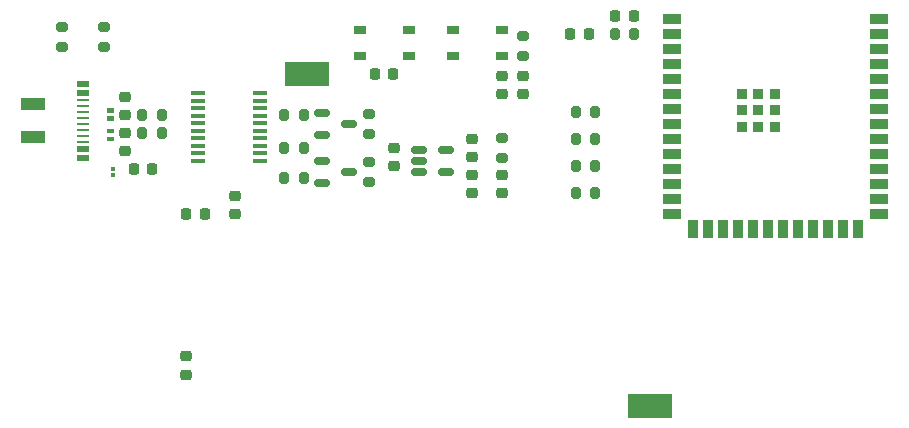
<source format=gbr>
%TF.GenerationSoftware,KiCad,Pcbnew,8.0.4*%
%TF.CreationDate,2024-10-27T11:38:08-06:00*%
%TF.ProjectId,SnakeTank,536e616b-6554-4616-9e6b-2e6b69636164,rev?*%
%TF.SameCoordinates,Original*%
%TF.FileFunction,Paste,Top*%
%TF.FilePolarity,Positive*%
%FSLAX46Y46*%
G04 Gerber Fmt 4.6, Leading zero omitted, Abs format (unit mm)*
G04 Created by KiCad (PCBNEW 8.0.4) date 2024-10-27 11:38:08*
%MOMM*%
%LPD*%
G01*
G04 APERTURE LIST*
G04 Aperture macros list*
%AMRoundRect*
0 Rectangle with rounded corners*
0 $1 Rounding radius*
0 $2 $3 $4 $5 $6 $7 $8 $9 X,Y pos of 4 corners*
0 Add a 4 corners polygon primitive as box body*
4,1,4,$2,$3,$4,$5,$6,$7,$8,$9,$2,$3,0*
0 Add four circle primitives for the rounded corners*
1,1,$1+$1,$2,$3*
1,1,$1+$1,$4,$5*
1,1,$1+$1,$6,$7*
1,1,$1+$1,$8,$9*
0 Add four rect primitives between the rounded corners*
20,1,$1+$1,$2,$3,$4,$5,0*
20,1,$1+$1,$4,$5,$6,$7,0*
20,1,$1+$1,$6,$7,$8,$9,0*
20,1,$1+$1,$8,$9,$2,$3,0*%
G04 Aperture macros list end*
%ADD10C,0.010000*%
%ADD11R,0.900000X0.900000*%
%ADD12R,1.500000X0.900000*%
%ADD13R,0.900000X1.500000*%
%ADD14R,3.800000X2.000000*%
%ADD15RoundRect,0.200000X-0.275000X0.200000X-0.275000X-0.200000X0.275000X-0.200000X0.275000X0.200000X0*%
%ADD16RoundRect,0.200000X-0.200000X-0.275000X0.200000X-0.275000X0.200000X0.275000X-0.200000X0.275000X0*%
%ADD17RoundRect,0.225000X0.225000X0.250000X-0.225000X0.250000X-0.225000X-0.250000X0.225000X-0.250000X0*%
%ADD18RoundRect,0.225000X-0.225000X-0.250000X0.225000X-0.250000X0.225000X0.250000X-0.225000X0.250000X0*%
%ADD19R,1.050000X0.650000*%
%ADD20RoundRect,0.218750X0.256250X-0.218750X0.256250X0.218750X-0.256250X0.218750X-0.256250X-0.218750X0*%
%ADD21RoundRect,0.225000X0.250000X-0.225000X0.250000X0.225000X-0.250000X0.225000X-0.250000X-0.225000X0*%
%ADD22RoundRect,0.225000X-0.250000X0.225000X-0.250000X-0.225000X0.250000X-0.225000X0.250000X0.225000X0*%
%ADD23R,1.200000X0.400000*%
%ADD24RoundRect,0.200000X0.275000X-0.200000X0.275000X0.200000X-0.275000X0.200000X-0.275000X-0.200000X0*%
%ADD25RoundRect,0.200000X0.200000X0.275000X-0.200000X0.275000X-0.200000X-0.275000X0.200000X-0.275000X0*%
%ADD26RoundRect,0.150000X-0.512500X-0.150000X0.512500X-0.150000X0.512500X0.150000X-0.512500X0.150000X0*%
%ADD27R,0.400000X0.380000*%
%ADD28R,2.000000X1.000000*%
%ADD29R,1.000000X0.520000*%
%ADD30R,1.000000X0.270000*%
G04 APERTURE END LIST*
D10*
%TO.C,D2*%
X27765000Y-34930000D02*
X27767000Y-34930000D01*
X27770000Y-34931000D01*
X27772000Y-34931000D01*
X27775000Y-34932000D01*
X27777000Y-34933000D01*
X27780000Y-34934000D01*
X27782000Y-34936000D01*
X27784000Y-34937000D01*
X27786000Y-34939000D01*
X27788000Y-34940000D01*
X27790000Y-34942000D01*
X27792000Y-34944000D01*
X27794000Y-34946000D01*
X27796000Y-34948000D01*
X27797000Y-34950000D01*
X27799000Y-34952000D01*
X27800000Y-34954000D01*
X27802000Y-34956000D01*
X27803000Y-34959000D01*
X27804000Y-34961000D01*
X27805000Y-34964000D01*
X27805000Y-34966000D01*
X27806000Y-34969000D01*
X27806000Y-34971000D01*
X27807000Y-34974000D01*
X27807000Y-34976000D01*
X27807000Y-34979000D01*
X27807000Y-35179000D01*
X27807000Y-35182000D01*
X27807000Y-35184000D01*
X27806000Y-35187000D01*
X27806000Y-35189000D01*
X27805000Y-35192000D01*
X27805000Y-35194000D01*
X27804000Y-35197000D01*
X27803000Y-35199000D01*
X27802000Y-35202000D01*
X27800000Y-35204000D01*
X27799000Y-35206000D01*
X27797000Y-35208000D01*
X27796000Y-35210000D01*
X27794000Y-35212000D01*
X27792000Y-35214000D01*
X27790000Y-35216000D01*
X27788000Y-35218000D01*
X27786000Y-35219000D01*
X27784000Y-35221000D01*
X27782000Y-35222000D01*
X27780000Y-35224000D01*
X27777000Y-35225000D01*
X27775000Y-35226000D01*
X27772000Y-35227000D01*
X27770000Y-35227000D01*
X27767000Y-35228000D01*
X27765000Y-35228000D01*
X27762000Y-35229000D01*
X27760000Y-35229000D01*
X27757000Y-35229000D01*
X27357000Y-35229000D01*
X27354000Y-35229000D01*
X27352000Y-35229000D01*
X27349000Y-35228000D01*
X27347000Y-35228000D01*
X27344000Y-35227000D01*
X27342000Y-35227000D01*
X27339000Y-35226000D01*
X27337000Y-35225000D01*
X27334000Y-35224000D01*
X27332000Y-35222000D01*
X27330000Y-35221000D01*
X27328000Y-35219000D01*
X27326000Y-35218000D01*
X27324000Y-35216000D01*
X27322000Y-35214000D01*
X27320000Y-35212000D01*
X27318000Y-35210000D01*
X27317000Y-35208000D01*
X27315000Y-35206000D01*
X27314000Y-35204000D01*
X27312000Y-35202000D01*
X27311000Y-35199000D01*
X27310000Y-35197000D01*
X27309000Y-35194000D01*
X27309000Y-35192000D01*
X27308000Y-35189000D01*
X27308000Y-35187000D01*
X27307000Y-35184000D01*
X27307000Y-35182000D01*
X27307000Y-35179000D01*
X27307000Y-34979000D01*
X27307000Y-34976000D01*
X27307000Y-34974000D01*
X27308000Y-34971000D01*
X27308000Y-34969000D01*
X27309000Y-34966000D01*
X27309000Y-34964000D01*
X27310000Y-34961000D01*
X27311000Y-34959000D01*
X27312000Y-34956000D01*
X27314000Y-34954000D01*
X27315000Y-34952000D01*
X27317000Y-34950000D01*
X27318000Y-34948000D01*
X27320000Y-34946000D01*
X27322000Y-34944000D01*
X27324000Y-34942000D01*
X27326000Y-34940000D01*
X27328000Y-34939000D01*
X27330000Y-34937000D01*
X27332000Y-34936000D01*
X27334000Y-34934000D01*
X27337000Y-34933000D01*
X27339000Y-34932000D01*
X27342000Y-34931000D01*
X27344000Y-34931000D01*
X27347000Y-34930000D01*
X27349000Y-34930000D01*
X27352000Y-34929000D01*
X27354000Y-34929000D01*
X27357000Y-34929000D01*
X27757000Y-34929000D01*
X27760000Y-34929000D01*
X27762000Y-34929000D01*
X27765000Y-34930000D01*
G36*
X27765000Y-34930000D02*
G01*
X27767000Y-34930000D01*
X27770000Y-34931000D01*
X27772000Y-34931000D01*
X27775000Y-34932000D01*
X27777000Y-34933000D01*
X27780000Y-34934000D01*
X27782000Y-34936000D01*
X27784000Y-34937000D01*
X27786000Y-34939000D01*
X27788000Y-34940000D01*
X27790000Y-34942000D01*
X27792000Y-34944000D01*
X27794000Y-34946000D01*
X27796000Y-34948000D01*
X27797000Y-34950000D01*
X27799000Y-34952000D01*
X27800000Y-34954000D01*
X27802000Y-34956000D01*
X27803000Y-34959000D01*
X27804000Y-34961000D01*
X27805000Y-34964000D01*
X27805000Y-34966000D01*
X27806000Y-34969000D01*
X27806000Y-34971000D01*
X27807000Y-34974000D01*
X27807000Y-34976000D01*
X27807000Y-34979000D01*
X27807000Y-35179000D01*
X27807000Y-35182000D01*
X27807000Y-35184000D01*
X27806000Y-35187000D01*
X27806000Y-35189000D01*
X27805000Y-35192000D01*
X27805000Y-35194000D01*
X27804000Y-35197000D01*
X27803000Y-35199000D01*
X27802000Y-35202000D01*
X27800000Y-35204000D01*
X27799000Y-35206000D01*
X27797000Y-35208000D01*
X27796000Y-35210000D01*
X27794000Y-35212000D01*
X27792000Y-35214000D01*
X27790000Y-35216000D01*
X27788000Y-35218000D01*
X27786000Y-35219000D01*
X27784000Y-35221000D01*
X27782000Y-35222000D01*
X27780000Y-35224000D01*
X27777000Y-35225000D01*
X27775000Y-35226000D01*
X27772000Y-35227000D01*
X27770000Y-35227000D01*
X27767000Y-35228000D01*
X27765000Y-35228000D01*
X27762000Y-35229000D01*
X27760000Y-35229000D01*
X27757000Y-35229000D01*
X27357000Y-35229000D01*
X27354000Y-35229000D01*
X27352000Y-35229000D01*
X27349000Y-35228000D01*
X27347000Y-35228000D01*
X27344000Y-35227000D01*
X27342000Y-35227000D01*
X27339000Y-35226000D01*
X27337000Y-35225000D01*
X27334000Y-35224000D01*
X27332000Y-35222000D01*
X27330000Y-35221000D01*
X27328000Y-35219000D01*
X27326000Y-35218000D01*
X27324000Y-35216000D01*
X27322000Y-35214000D01*
X27320000Y-35212000D01*
X27318000Y-35210000D01*
X27317000Y-35208000D01*
X27315000Y-35206000D01*
X27314000Y-35204000D01*
X27312000Y-35202000D01*
X27311000Y-35199000D01*
X27310000Y-35197000D01*
X27309000Y-35194000D01*
X27309000Y-35192000D01*
X27308000Y-35189000D01*
X27308000Y-35187000D01*
X27307000Y-35184000D01*
X27307000Y-35182000D01*
X27307000Y-35179000D01*
X27307000Y-34979000D01*
X27307000Y-34976000D01*
X27307000Y-34974000D01*
X27308000Y-34971000D01*
X27308000Y-34969000D01*
X27309000Y-34966000D01*
X27309000Y-34964000D01*
X27310000Y-34961000D01*
X27311000Y-34959000D01*
X27312000Y-34956000D01*
X27314000Y-34954000D01*
X27315000Y-34952000D01*
X27317000Y-34950000D01*
X27318000Y-34948000D01*
X27320000Y-34946000D01*
X27322000Y-34944000D01*
X27324000Y-34942000D01*
X27326000Y-34940000D01*
X27328000Y-34939000D01*
X27330000Y-34937000D01*
X27332000Y-34936000D01*
X27334000Y-34934000D01*
X27337000Y-34933000D01*
X27339000Y-34932000D01*
X27342000Y-34931000D01*
X27344000Y-34931000D01*
X27347000Y-34930000D01*
X27349000Y-34930000D01*
X27352000Y-34929000D01*
X27354000Y-34929000D01*
X27357000Y-34929000D01*
X27757000Y-34929000D01*
X27760000Y-34929000D01*
X27762000Y-34929000D01*
X27765000Y-34930000D01*
G37*
X27765000Y-35630000D02*
X27767000Y-35630000D01*
X27770000Y-35631000D01*
X27772000Y-35631000D01*
X27775000Y-35632000D01*
X27777000Y-35633000D01*
X27780000Y-35634000D01*
X27782000Y-35636000D01*
X27784000Y-35637000D01*
X27786000Y-35639000D01*
X27788000Y-35640000D01*
X27790000Y-35642000D01*
X27792000Y-35644000D01*
X27794000Y-35646000D01*
X27796000Y-35648000D01*
X27797000Y-35650000D01*
X27799000Y-35652000D01*
X27800000Y-35654000D01*
X27802000Y-35656000D01*
X27803000Y-35659000D01*
X27804000Y-35661000D01*
X27805000Y-35664000D01*
X27805000Y-35666000D01*
X27806000Y-35669000D01*
X27806000Y-35671000D01*
X27807000Y-35674000D01*
X27807000Y-35676000D01*
X27807000Y-35679000D01*
X27807000Y-35879000D01*
X27807000Y-35882000D01*
X27807000Y-35884000D01*
X27806000Y-35887000D01*
X27806000Y-35889000D01*
X27805000Y-35892000D01*
X27805000Y-35894000D01*
X27804000Y-35897000D01*
X27803000Y-35899000D01*
X27802000Y-35902000D01*
X27800000Y-35904000D01*
X27799000Y-35906000D01*
X27797000Y-35908000D01*
X27796000Y-35910000D01*
X27794000Y-35912000D01*
X27792000Y-35914000D01*
X27790000Y-35916000D01*
X27788000Y-35918000D01*
X27786000Y-35919000D01*
X27784000Y-35921000D01*
X27782000Y-35922000D01*
X27780000Y-35924000D01*
X27777000Y-35925000D01*
X27775000Y-35926000D01*
X27772000Y-35927000D01*
X27770000Y-35927000D01*
X27767000Y-35928000D01*
X27765000Y-35928000D01*
X27762000Y-35929000D01*
X27760000Y-35929000D01*
X27757000Y-35929000D01*
X27357000Y-35929000D01*
X27354000Y-35929000D01*
X27352000Y-35929000D01*
X27349000Y-35928000D01*
X27347000Y-35928000D01*
X27344000Y-35927000D01*
X27342000Y-35927000D01*
X27339000Y-35926000D01*
X27337000Y-35925000D01*
X27334000Y-35924000D01*
X27332000Y-35922000D01*
X27330000Y-35921000D01*
X27328000Y-35919000D01*
X27326000Y-35918000D01*
X27324000Y-35916000D01*
X27322000Y-35914000D01*
X27320000Y-35912000D01*
X27318000Y-35910000D01*
X27317000Y-35908000D01*
X27315000Y-35906000D01*
X27314000Y-35904000D01*
X27312000Y-35902000D01*
X27311000Y-35899000D01*
X27310000Y-35897000D01*
X27309000Y-35894000D01*
X27309000Y-35892000D01*
X27308000Y-35889000D01*
X27308000Y-35887000D01*
X27307000Y-35884000D01*
X27307000Y-35882000D01*
X27307000Y-35879000D01*
X27307000Y-35679000D01*
X27307000Y-35676000D01*
X27307000Y-35674000D01*
X27308000Y-35671000D01*
X27308000Y-35669000D01*
X27309000Y-35666000D01*
X27309000Y-35664000D01*
X27310000Y-35661000D01*
X27311000Y-35659000D01*
X27312000Y-35656000D01*
X27314000Y-35654000D01*
X27315000Y-35652000D01*
X27317000Y-35650000D01*
X27318000Y-35648000D01*
X27320000Y-35646000D01*
X27322000Y-35644000D01*
X27324000Y-35642000D01*
X27326000Y-35640000D01*
X27328000Y-35639000D01*
X27330000Y-35637000D01*
X27332000Y-35636000D01*
X27334000Y-35634000D01*
X27337000Y-35633000D01*
X27339000Y-35632000D01*
X27342000Y-35631000D01*
X27344000Y-35631000D01*
X27347000Y-35630000D01*
X27349000Y-35630000D01*
X27352000Y-35629000D01*
X27354000Y-35629000D01*
X27357000Y-35629000D01*
X27757000Y-35629000D01*
X27760000Y-35629000D01*
X27762000Y-35629000D01*
X27765000Y-35630000D01*
G36*
X27765000Y-35630000D02*
G01*
X27767000Y-35630000D01*
X27770000Y-35631000D01*
X27772000Y-35631000D01*
X27775000Y-35632000D01*
X27777000Y-35633000D01*
X27780000Y-35634000D01*
X27782000Y-35636000D01*
X27784000Y-35637000D01*
X27786000Y-35639000D01*
X27788000Y-35640000D01*
X27790000Y-35642000D01*
X27792000Y-35644000D01*
X27794000Y-35646000D01*
X27796000Y-35648000D01*
X27797000Y-35650000D01*
X27799000Y-35652000D01*
X27800000Y-35654000D01*
X27802000Y-35656000D01*
X27803000Y-35659000D01*
X27804000Y-35661000D01*
X27805000Y-35664000D01*
X27805000Y-35666000D01*
X27806000Y-35669000D01*
X27806000Y-35671000D01*
X27807000Y-35674000D01*
X27807000Y-35676000D01*
X27807000Y-35679000D01*
X27807000Y-35879000D01*
X27807000Y-35882000D01*
X27807000Y-35884000D01*
X27806000Y-35887000D01*
X27806000Y-35889000D01*
X27805000Y-35892000D01*
X27805000Y-35894000D01*
X27804000Y-35897000D01*
X27803000Y-35899000D01*
X27802000Y-35902000D01*
X27800000Y-35904000D01*
X27799000Y-35906000D01*
X27797000Y-35908000D01*
X27796000Y-35910000D01*
X27794000Y-35912000D01*
X27792000Y-35914000D01*
X27790000Y-35916000D01*
X27788000Y-35918000D01*
X27786000Y-35919000D01*
X27784000Y-35921000D01*
X27782000Y-35922000D01*
X27780000Y-35924000D01*
X27777000Y-35925000D01*
X27775000Y-35926000D01*
X27772000Y-35927000D01*
X27770000Y-35927000D01*
X27767000Y-35928000D01*
X27765000Y-35928000D01*
X27762000Y-35929000D01*
X27760000Y-35929000D01*
X27757000Y-35929000D01*
X27357000Y-35929000D01*
X27354000Y-35929000D01*
X27352000Y-35929000D01*
X27349000Y-35928000D01*
X27347000Y-35928000D01*
X27344000Y-35927000D01*
X27342000Y-35927000D01*
X27339000Y-35926000D01*
X27337000Y-35925000D01*
X27334000Y-35924000D01*
X27332000Y-35922000D01*
X27330000Y-35921000D01*
X27328000Y-35919000D01*
X27326000Y-35918000D01*
X27324000Y-35916000D01*
X27322000Y-35914000D01*
X27320000Y-35912000D01*
X27318000Y-35910000D01*
X27317000Y-35908000D01*
X27315000Y-35906000D01*
X27314000Y-35904000D01*
X27312000Y-35902000D01*
X27311000Y-35899000D01*
X27310000Y-35897000D01*
X27309000Y-35894000D01*
X27309000Y-35892000D01*
X27308000Y-35889000D01*
X27308000Y-35887000D01*
X27307000Y-35884000D01*
X27307000Y-35882000D01*
X27307000Y-35879000D01*
X27307000Y-35679000D01*
X27307000Y-35676000D01*
X27307000Y-35674000D01*
X27308000Y-35671000D01*
X27308000Y-35669000D01*
X27309000Y-35666000D01*
X27309000Y-35664000D01*
X27310000Y-35661000D01*
X27311000Y-35659000D01*
X27312000Y-35656000D01*
X27314000Y-35654000D01*
X27315000Y-35652000D01*
X27317000Y-35650000D01*
X27318000Y-35648000D01*
X27320000Y-35646000D01*
X27322000Y-35644000D01*
X27324000Y-35642000D01*
X27326000Y-35640000D01*
X27328000Y-35639000D01*
X27330000Y-35637000D01*
X27332000Y-35636000D01*
X27334000Y-35634000D01*
X27337000Y-35633000D01*
X27339000Y-35632000D01*
X27342000Y-35631000D01*
X27344000Y-35631000D01*
X27347000Y-35630000D01*
X27349000Y-35630000D01*
X27352000Y-35629000D01*
X27354000Y-35629000D01*
X27357000Y-35629000D01*
X27757000Y-35629000D01*
X27760000Y-35629000D01*
X27762000Y-35629000D01*
X27765000Y-35630000D01*
G37*
%TO.C,D1*%
X27765000Y-33202800D02*
X27767000Y-33202800D01*
X27770000Y-33203800D01*
X27772000Y-33203800D01*
X27775000Y-33204800D01*
X27777000Y-33205800D01*
X27780000Y-33206800D01*
X27782000Y-33208800D01*
X27784000Y-33209800D01*
X27786000Y-33211800D01*
X27788000Y-33212800D01*
X27790000Y-33214800D01*
X27792000Y-33216800D01*
X27794000Y-33218800D01*
X27796000Y-33220800D01*
X27797000Y-33222800D01*
X27799000Y-33224800D01*
X27800000Y-33226800D01*
X27802000Y-33228800D01*
X27803000Y-33231800D01*
X27804000Y-33233800D01*
X27805000Y-33236800D01*
X27805000Y-33238800D01*
X27806000Y-33241800D01*
X27806000Y-33243800D01*
X27807000Y-33246800D01*
X27807000Y-33248800D01*
X27807000Y-33251800D01*
X27807000Y-33451800D01*
X27807000Y-33454800D01*
X27807000Y-33456800D01*
X27806000Y-33459800D01*
X27806000Y-33461800D01*
X27805000Y-33464800D01*
X27805000Y-33466800D01*
X27804000Y-33469800D01*
X27803000Y-33471800D01*
X27802000Y-33474800D01*
X27800000Y-33476800D01*
X27799000Y-33478800D01*
X27797000Y-33480800D01*
X27796000Y-33482800D01*
X27794000Y-33484800D01*
X27792000Y-33486800D01*
X27790000Y-33488800D01*
X27788000Y-33490800D01*
X27786000Y-33491800D01*
X27784000Y-33493800D01*
X27782000Y-33494800D01*
X27780000Y-33496800D01*
X27777000Y-33497800D01*
X27775000Y-33498800D01*
X27772000Y-33499800D01*
X27770000Y-33499800D01*
X27767000Y-33500800D01*
X27765000Y-33500800D01*
X27762000Y-33501800D01*
X27760000Y-33501800D01*
X27757000Y-33501800D01*
X27357000Y-33501800D01*
X27354000Y-33501800D01*
X27352000Y-33501800D01*
X27349000Y-33500800D01*
X27347000Y-33500800D01*
X27344000Y-33499800D01*
X27342000Y-33499800D01*
X27339000Y-33498800D01*
X27337000Y-33497800D01*
X27334000Y-33496800D01*
X27332000Y-33494800D01*
X27330000Y-33493800D01*
X27328000Y-33491800D01*
X27326000Y-33490800D01*
X27324000Y-33488800D01*
X27322000Y-33486800D01*
X27320000Y-33484800D01*
X27318000Y-33482800D01*
X27317000Y-33480800D01*
X27315000Y-33478800D01*
X27314000Y-33476800D01*
X27312000Y-33474800D01*
X27311000Y-33471800D01*
X27310000Y-33469800D01*
X27309000Y-33466800D01*
X27309000Y-33464800D01*
X27308000Y-33461800D01*
X27308000Y-33459800D01*
X27307000Y-33456800D01*
X27307000Y-33454800D01*
X27307000Y-33451800D01*
X27307000Y-33251800D01*
X27307000Y-33248800D01*
X27307000Y-33246800D01*
X27308000Y-33243800D01*
X27308000Y-33241800D01*
X27309000Y-33238800D01*
X27309000Y-33236800D01*
X27310000Y-33233800D01*
X27311000Y-33231800D01*
X27312000Y-33228800D01*
X27314000Y-33226800D01*
X27315000Y-33224800D01*
X27317000Y-33222800D01*
X27318000Y-33220800D01*
X27320000Y-33218800D01*
X27322000Y-33216800D01*
X27324000Y-33214800D01*
X27326000Y-33212800D01*
X27328000Y-33211800D01*
X27330000Y-33209800D01*
X27332000Y-33208800D01*
X27334000Y-33206800D01*
X27337000Y-33205800D01*
X27339000Y-33204800D01*
X27342000Y-33203800D01*
X27344000Y-33203800D01*
X27347000Y-33202800D01*
X27349000Y-33202800D01*
X27352000Y-33201800D01*
X27354000Y-33201800D01*
X27357000Y-33201800D01*
X27757000Y-33201800D01*
X27760000Y-33201800D01*
X27762000Y-33201800D01*
X27765000Y-33202800D01*
G36*
X27765000Y-33202800D02*
G01*
X27767000Y-33202800D01*
X27770000Y-33203800D01*
X27772000Y-33203800D01*
X27775000Y-33204800D01*
X27777000Y-33205800D01*
X27780000Y-33206800D01*
X27782000Y-33208800D01*
X27784000Y-33209800D01*
X27786000Y-33211800D01*
X27788000Y-33212800D01*
X27790000Y-33214800D01*
X27792000Y-33216800D01*
X27794000Y-33218800D01*
X27796000Y-33220800D01*
X27797000Y-33222800D01*
X27799000Y-33224800D01*
X27800000Y-33226800D01*
X27802000Y-33228800D01*
X27803000Y-33231800D01*
X27804000Y-33233800D01*
X27805000Y-33236800D01*
X27805000Y-33238800D01*
X27806000Y-33241800D01*
X27806000Y-33243800D01*
X27807000Y-33246800D01*
X27807000Y-33248800D01*
X27807000Y-33251800D01*
X27807000Y-33451800D01*
X27807000Y-33454800D01*
X27807000Y-33456800D01*
X27806000Y-33459800D01*
X27806000Y-33461800D01*
X27805000Y-33464800D01*
X27805000Y-33466800D01*
X27804000Y-33469800D01*
X27803000Y-33471800D01*
X27802000Y-33474800D01*
X27800000Y-33476800D01*
X27799000Y-33478800D01*
X27797000Y-33480800D01*
X27796000Y-33482800D01*
X27794000Y-33484800D01*
X27792000Y-33486800D01*
X27790000Y-33488800D01*
X27788000Y-33490800D01*
X27786000Y-33491800D01*
X27784000Y-33493800D01*
X27782000Y-33494800D01*
X27780000Y-33496800D01*
X27777000Y-33497800D01*
X27775000Y-33498800D01*
X27772000Y-33499800D01*
X27770000Y-33499800D01*
X27767000Y-33500800D01*
X27765000Y-33500800D01*
X27762000Y-33501800D01*
X27760000Y-33501800D01*
X27757000Y-33501800D01*
X27357000Y-33501800D01*
X27354000Y-33501800D01*
X27352000Y-33501800D01*
X27349000Y-33500800D01*
X27347000Y-33500800D01*
X27344000Y-33499800D01*
X27342000Y-33499800D01*
X27339000Y-33498800D01*
X27337000Y-33497800D01*
X27334000Y-33496800D01*
X27332000Y-33494800D01*
X27330000Y-33493800D01*
X27328000Y-33491800D01*
X27326000Y-33490800D01*
X27324000Y-33488800D01*
X27322000Y-33486800D01*
X27320000Y-33484800D01*
X27318000Y-33482800D01*
X27317000Y-33480800D01*
X27315000Y-33478800D01*
X27314000Y-33476800D01*
X27312000Y-33474800D01*
X27311000Y-33471800D01*
X27310000Y-33469800D01*
X27309000Y-33466800D01*
X27309000Y-33464800D01*
X27308000Y-33461800D01*
X27308000Y-33459800D01*
X27307000Y-33456800D01*
X27307000Y-33454800D01*
X27307000Y-33451800D01*
X27307000Y-33251800D01*
X27307000Y-33248800D01*
X27307000Y-33246800D01*
X27308000Y-33243800D01*
X27308000Y-33241800D01*
X27309000Y-33238800D01*
X27309000Y-33236800D01*
X27310000Y-33233800D01*
X27311000Y-33231800D01*
X27312000Y-33228800D01*
X27314000Y-33226800D01*
X27315000Y-33224800D01*
X27317000Y-33222800D01*
X27318000Y-33220800D01*
X27320000Y-33218800D01*
X27322000Y-33216800D01*
X27324000Y-33214800D01*
X27326000Y-33212800D01*
X27328000Y-33211800D01*
X27330000Y-33209800D01*
X27332000Y-33208800D01*
X27334000Y-33206800D01*
X27337000Y-33205800D01*
X27339000Y-33204800D01*
X27342000Y-33203800D01*
X27344000Y-33203800D01*
X27347000Y-33202800D01*
X27349000Y-33202800D01*
X27352000Y-33201800D01*
X27354000Y-33201800D01*
X27357000Y-33201800D01*
X27757000Y-33201800D01*
X27760000Y-33201800D01*
X27762000Y-33201800D01*
X27765000Y-33202800D01*
G37*
X27765000Y-33902800D02*
X27767000Y-33902800D01*
X27770000Y-33903800D01*
X27772000Y-33903800D01*
X27775000Y-33904800D01*
X27777000Y-33905800D01*
X27780000Y-33906800D01*
X27782000Y-33908800D01*
X27784000Y-33909800D01*
X27786000Y-33911800D01*
X27788000Y-33912800D01*
X27790000Y-33914800D01*
X27792000Y-33916800D01*
X27794000Y-33918800D01*
X27796000Y-33920800D01*
X27797000Y-33922800D01*
X27799000Y-33924800D01*
X27800000Y-33926800D01*
X27802000Y-33928800D01*
X27803000Y-33931800D01*
X27804000Y-33933800D01*
X27805000Y-33936800D01*
X27805000Y-33938800D01*
X27806000Y-33941800D01*
X27806000Y-33943800D01*
X27807000Y-33946800D01*
X27807000Y-33948800D01*
X27807000Y-33951800D01*
X27807000Y-34151800D01*
X27807000Y-34154800D01*
X27807000Y-34156800D01*
X27806000Y-34159800D01*
X27806000Y-34161800D01*
X27805000Y-34164800D01*
X27805000Y-34166800D01*
X27804000Y-34169800D01*
X27803000Y-34171800D01*
X27802000Y-34174800D01*
X27800000Y-34176800D01*
X27799000Y-34178800D01*
X27797000Y-34180800D01*
X27796000Y-34182800D01*
X27794000Y-34184800D01*
X27792000Y-34186800D01*
X27790000Y-34188800D01*
X27788000Y-34190800D01*
X27786000Y-34191800D01*
X27784000Y-34193800D01*
X27782000Y-34194800D01*
X27780000Y-34196800D01*
X27777000Y-34197800D01*
X27775000Y-34198800D01*
X27772000Y-34199800D01*
X27770000Y-34199800D01*
X27767000Y-34200800D01*
X27765000Y-34200800D01*
X27762000Y-34201800D01*
X27760000Y-34201800D01*
X27757000Y-34201800D01*
X27357000Y-34201800D01*
X27354000Y-34201800D01*
X27352000Y-34201800D01*
X27349000Y-34200800D01*
X27347000Y-34200800D01*
X27344000Y-34199800D01*
X27342000Y-34199800D01*
X27339000Y-34198800D01*
X27337000Y-34197800D01*
X27334000Y-34196800D01*
X27332000Y-34194800D01*
X27330000Y-34193800D01*
X27328000Y-34191800D01*
X27326000Y-34190800D01*
X27324000Y-34188800D01*
X27322000Y-34186800D01*
X27320000Y-34184800D01*
X27318000Y-34182800D01*
X27317000Y-34180800D01*
X27315000Y-34178800D01*
X27314000Y-34176800D01*
X27312000Y-34174800D01*
X27311000Y-34171800D01*
X27310000Y-34169800D01*
X27309000Y-34166800D01*
X27309000Y-34164800D01*
X27308000Y-34161800D01*
X27308000Y-34159800D01*
X27307000Y-34156800D01*
X27307000Y-34154800D01*
X27307000Y-34151800D01*
X27307000Y-33951800D01*
X27307000Y-33948800D01*
X27307000Y-33946800D01*
X27308000Y-33943800D01*
X27308000Y-33941800D01*
X27309000Y-33938800D01*
X27309000Y-33936800D01*
X27310000Y-33933800D01*
X27311000Y-33931800D01*
X27312000Y-33928800D01*
X27314000Y-33926800D01*
X27315000Y-33924800D01*
X27317000Y-33922800D01*
X27318000Y-33920800D01*
X27320000Y-33918800D01*
X27322000Y-33916800D01*
X27324000Y-33914800D01*
X27326000Y-33912800D01*
X27328000Y-33911800D01*
X27330000Y-33909800D01*
X27332000Y-33908800D01*
X27334000Y-33906800D01*
X27337000Y-33905800D01*
X27339000Y-33904800D01*
X27342000Y-33903800D01*
X27344000Y-33903800D01*
X27347000Y-33902800D01*
X27349000Y-33902800D01*
X27352000Y-33901800D01*
X27354000Y-33901800D01*
X27357000Y-33901800D01*
X27757000Y-33901800D01*
X27760000Y-33901800D01*
X27762000Y-33901800D01*
X27765000Y-33902800D01*
G36*
X27765000Y-33902800D02*
G01*
X27767000Y-33902800D01*
X27770000Y-33903800D01*
X27772000Y-33903800D01*
X27775000Y-33904800D01*
X27777000Y-33905800D01*
X27780000Y-33906800D01*
X27782000Y-33908800D01*
X27784000Y-33909800D01*
X27786000Y-33911800D01*
X27788000Y-33912800D01*
X27790000Y-33914800D01*
X27792000Y-33916800D01*
X27794000Y-33918800D01*
X27796000Y-33920800D01*
X27797000Y-33922800D01*
X27799000Y-33924800D01*
X27800000Y-33926800D01*
X27802000Y-33928800D01*
X27803000Y-33931800D01*
X27804000Y-33933800D01*
X27805000Y-33936800D01*
X27805000Y-33938800D01*
X27806000Y-33941800D01*
X27806000Y-33943800D01*
X27807000Y-33946800D01*
X27807000Y-33948800D01*
X27807000Y-33951800D01*
X27807000Y-34151800D01*
X27807000Y-34154800D01*
X27807000Y-34156800D01*
X27806000Y-34159800D01*
X27806000Y-34161800D01*
X27805000Y-34164800D01*
X27805000Y-34166800D01*
X27804000Y-34169800D01*
X27803000Y-34171800D01*
X27802000Y-34174800D01*
X27800000Y-34176800D01*
X27799000Y-34178800D01*
X27797000Y-34180800D01*
X27796000Y-34182800D01*
X27794000Y-34184800D01*
X27792000Y-34186800D01*
X27790000Y-34188800D01*
X27788000Y-34190800D01*
X27786000Y-34191800D01*
X27784000Y-34193800D01*
X27782000Y-34194800D01*
X27780000Y-34196800D01*
X27777000Y-34197800D01*
X27775000Y-34198800D01*
X27772000Y-34199800D01*
X27770000Y-34199800D01*
X27767000Y-34200800D01*
X27765000Y-34200800D01*
X27762000Y-34201800D01*
X27760000Y-34201800D01*
X27757000Y-34201800D01*
X27357000Y-34201800D01*
X27354000Y-34201800D01*
X27352000Y-34201800D01*
X27349000Y-34200800D01*
X27347000Y-34200800D01*
X27344000Y-34199800D01*
X27342000Y-34199800D01*
X27339000Y-34198800D01*
X27337000Y-34197800D01*
X27334000Y-34196800D01*
X27332000Y-34194800D01*
X27330000Y-34193800D01*
X27328000Y-34191800D01*
X27326000Y-34190800D01*
X27324000Y-34188800D01*
X27322000Y-34186800D01*
X27320000Y-34184800D01*
X27318000Y-34182800D01*
X27317000Y-34180800D01*
X27315000Y-34178800D01*
X27314000Y-34176800D01*
X27312000Y-34174800D01*
X27311000Y-34171800D01*
X27310000Y-34169800D01*
X27309000Y-34166800D01*
X27309000Y-34164800D01*
X27308000Y-34161800D01*
X27308000Y-34159800D01*
X27307000Y-34156800D01*
X27307000Y-34154800D01*
X27307000Y-34151800D01*
X27307000Y-33951800D01*
X27307000Y-33948800D01*
X27307000Y-33946800D01*
X27308000Y-33943800D01*
X27308000Y-33941800D01*
X27309000Y-33938800D01*
X27309000Y-33936800D01*
X27310000Y-33933800D01*
X27311000Y-33931800D01*
X27312000Y-33928800D01*
X27314000Y-33926800D01*
X27315000Y-33924800D01*
X27317000Y-33922800D01*
X27318000Y-33920800D01*
X27320000Y-33918800D01*
X27322000Y-33916800D01*
X27324000Y-33914800D01*
X27326000Y-33912800D01*
X27328000Y-33911800D01*
X27330000Y-33909800D01*
X27332000Y-33908800D01*
X27334000Y-33906800D01*
X27337000Y-33905800D01*
X27339000Y-33904800D01*
X27342000Y-33903800D01*
X27344000Y-33903800D01*
X27347000Y-33902800D01*
X27349000Y-33902800D01*
X27352000Y-33901800D01*
X27354000Y-33901800D01*
X27357000Y-33901800D01*
X27757000Y-33901800D01*
X27760000Y-33901800D01*
X27762000Y-33901800D01*
X27765000Y-33902800D01*
G37*
%TD*%
D11*
%TO.C,U2*%
X83820000Y-31974000D03*
X82420000Y-31974000D03*
X81020000Y-31974000D03*
X83820000Y-34774000D03*
X82420000Y-34774000D03*
X81020000Y-34774000D03*
X83820000Y-33374000D03*
X81020000Y-33374000D03*
X82420000Y-33374000D03*
D12*
X92670000Y-25654000D03*
X92670000Y-26924000D03*
X92670000Y-28194000D03*
X92670000Y-29464000D03*
X92670000Y-30734000D03*
X92670000Y-32004000D03*
X92670000Y-33274000D03*
X92670000Y-34544000D03*
X92670000Y-35814000D03*
X92670000Y-37084000D03*
X92670000Y-38354000D03*
X92670000Y-39624000D03*
X92670000Y-40894000D03*
X92670000Y-42164000D03*
D13*
X90905000Y-43414000D03*
X89635000Y-43414000D03*
X88365000Y-43414000D03*
X87095000Y-43414000D03*
X85825000Y-43414000D03*
X84555000Y-43414000D03*
X83285000Y-43414000D03*
X82015000Y-43414000D03*
X80745000Y-43414000D03*
X79475000Y-43414000D03*
X78205000Y-43414000D03*
X76935000Y-43414000D03*
D12*
X75170000Y-42164000D03*
X75170000Y-40894000D03*
X75170000Y-39624000D03*
X75170000Y-38354000D03*
X75170000Y-37084000D03*
X75170000Y-35814000D03*
X75170000Y-34544000D03*
X75170000Y-33274000D03*
X75170000Y-32004000D03*
X75170000Y-30734000D03*
X75170000Y-29464000D03*
X75170000Y-28194000D03*
X75170000Y-26924000D03*
X75170000Y-25654000D03*
%TD*%
D14*
%TO.C,TP5*%
X73279000Y-58420000D03*
%TD*%
%TO.C,TP4*%
X44196000Y-30353000D03*
%TD*%
D15*
%TO.C,R5*%
X60706000Y-35751000D03*
X60706000Y-37401000D03*
%TD*%
D16*
%TO.C,R16*%
X42293700Y-36576000D03*
X43943700Y-36576000D03*
%TD*%
D17*
%TO.C,C5*%
X51497000Y-30304000D03*
X49947000Y-30304000D03*
%TD*%
D18*
%TO.C,C14*%
X34023000Y-42164000D03*
X35573000Y-42164000D03*
%TD*%
D19*
%TO.C,RESET1*%
X56599000Y-26611000D03*
X56599000Y-28761000D03*
X60749000Y-26611000D03*
X60749000Y-28761000D03*
%TD*%
D20*
%TO.C,D3*%
X60706000Y-40411500D03*
X60706000Y-38836500D03*
%TD*%
D21*
%TO.C,C8*%
X28827000Y-33822000D03*
X28827000Y-32272000D03*
%TD*%
D22*
%TO.C,C3*%
X58166000Y-38874500D03*
X58166000Y-40424500D03*
%TD*%
D16*
%TO.C,R13*%
X66993000Y-38100000D03*
X68643000Y-38100000D03*
%TD*%
D23*
%TO.C,U4*%
X40221700Y-37655500D03*
X40221700Y-37020500D03*
X40221700Y-36385500D03*
X40221700Y-35750500D03*
X40221700Y-35115500D03*
X40221700Y-34480500D03*
X40221700Y-33845500D03*
X40221700Y-33210500D03*
X40221700Y-32575500D03*
X40221700Y-31940500D03*
X35021700Y-31940500D03*
X35021700Y-32575500D03*
X35021700Y-33210500D03*
X35021700Y-33845500D03*
X35021700Y-34480500D03*
X35021700Y-35115500D03*
X35021700Y-35750500D03*
X35021700Y-36385500D03*
X35021700Y-37020500D03*
X35021700Y-37655500D03*
%TD*%
D24*
%TO.C,R1*%
X23493000Y-27999000D03*
X23493000Y-26349000D03*
%TD*%
D18*
%TO.C,C10*%
X70332000Y-25400000D03*
X71882000Y-25400000D03*
%TD*%
D22*
%TO.C,C12*%
X62484000Y-30467000D03*
X62484000Y-32017000D03*
%TD*%
D16*
%TO.C,R9*%
X43943700Y-39116000D03*
X42293700Y-39116000D03*
%TD*%
D25*
%TO.C,R7*%
X71932000Y-26924000D03*
X70282000Y-26924000D03*
%TD*%
D24*
%TO.C,R11*%
X49468700Y-39433000D03*
X49468700Y-37783000D03*
%TD*%
D26*
%TO.C,U1*%
X53726500Y-36733500D03*
X53726500Y-37683500D03*
X53726500Y-38633500D03*
X56001500Y-38633500D03*
X56001500Y-36733500D03*
%TD*%
D16*
%TO.C,R8*%
X42293700Y-33782000D03*
X43943700Y-33782000D03*
%TD*%
%TO.C,R15*%
X66993000Y-33528000D03*
X68643000Y-33528000D03*
%TD*%
D26*
%TO.C,Q2*%
X47812200Y-38608000D03*
X45537200Y-39558000D03*
X45537200Y-37658000D03*
%TD*%
D22*
%TO.C,C2*%
X58166000Y-35826500D03*
X58166000Y-37376500D03*
%TD*%
%TO.C,C4*%
X60706000Y-30467000D03*
X60706000Y-32017000D03*
%TD*%
D25*
%TO.C,R6*%
X31938000Y-33809000D03*
X30288000Y-33809000D03*
%TD*%
D22*
%TO.C,C1*%
X51562000Y-36563000D03*
X51562000Y-38113000D03*
%TD*%
D16*
%TO.C,R12*%
X66993000Y-40386000D03*
X68643000Y-40386000D03*
%TD*%
D17*
%TO.C,C11*%
X68085000Y-26924000D03*
X66535000Y-26924000D03*
%TD*%
D22*
%TO.C,C7*%
X38100000Y-40627000D03*
X38100000Y-42177000D03*
%TD*%
D21*
%TO.C,C13*%
X34004000Y-55766000D03*
X34004000Y-54216000D03*
%TD*%
D15*
%TO.C,R3*%
X62484000Y-27115000D03*
X62484000Y-28765000D03*
%TD*%
D27*
%TO.C,FB1*%
X27811000Y-38885000D03*
X27811000Y-38323000D03*
%TD*%
D16*
%TO.C,R4*%
X30288000Y-35333000D03*
X31938000Y-35333000D03*
%TD*%
D19*
%TO.C,BOOT1*%
X48725000Y-26611000D03*
X48725000Y-28761000D03*
X52875000Y-26611000D03*
X52875000Y-28761000D03*
%TD*%
D26*
%TO.C,Q1*%
X45537200Y-33594000D03*
X45537200Y-35494000D03*
X47812200Y-34544000D03*
%TD*%
D22*
%TO.C,C9*%
X28827000Y-35320000D03*
X28827000Y-36870000D03*
%TD*%
D16*
%TO.C,R14*%
X66993000Y-35814000D03*
X68643000Y-35814000D03*
%TD*%
D18*
%TO.C,C6*%
X29576000Y-38350000D03*
X31126000Y-38350000D03*
%TD*%
D24*
%TO.C,R10*%
X49468700Y-35369000D03*
X49468700Y-33719000D03*
%TD*%
D28*
%TO.C,J2*%
X21073000Y-32886000D03*
X21073000Y-35686000D03*
D29*
X25273000Y-31186000D03*
X25273000Y-31936000D03*
D30*
X25273000Y-32536000D03*
X25273000Y-34036000D03*
X25273000Y-35036000D03*
X25273000Y-36036000D03*
D29*
X25273000Y-36636000D03*
X25273000Y-37386000D03*
X25273000Y-37386000D03*
X25273000Y-36636000D03*
D30*
X25273000Y-35536000D03*
X25273000Y-34536000D03*
X25273000Y-33536000D03*
X25273000Y-33036000D03*
D29*
X25273000Y-31936000D03*
X25273000Y-31186000D03*
%TD*%
D24*
%TO.C,R2*%
X27049000Y-27999000D03*
X27049000Y-26349000D03*
%TD*%
M02*

</source>
